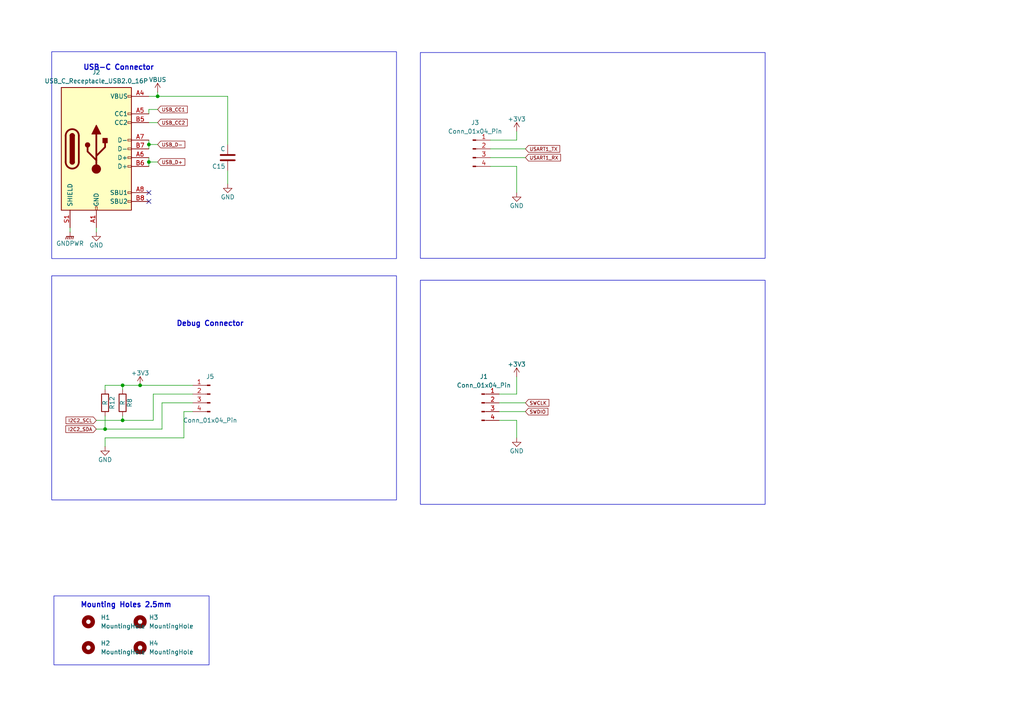
<source format=kicad_sch>
(kicad_sch (version 20231120) (generator "eeschema") (generator_version "8.0")
  (paper "A4")
  (title_block (title "Test1") (date "2024-04-30") (rev "v1") (company "InFlynn Technologies"))
  (lib_symbols
    (symbol "Connector:Conn_01x04_Pin" (pin_names (offset 1.016) hide)
      (property "Reference" "J" (at 0 5.08 0))
      (property "Value" "Conn_01x04_Pin" (at 0 -7.62 0))
      (symbol "Conn_01x04_Pin_1_1"
        (polyline (pts (xy 1.27 -5.08) (xy 0.8636 -5.08)) (stroke (width 0.1524)))
        (polyline (pts (xy 1.27 -2.54) (xy 0.8636 -2.54)) (stroke (width 0.1524)))
        (polyline (pts (xy 1.27 0) (xy 0.8636 0)) (stroke (width 0.1524)))
        (polyline (pts (xy 1.27 2.54) (xy 0.8636 2.54)) (stroke (width 0.1524)))
        (rectangle (start 0.8636 -4.953) (end 0 -5.207) (stroke (width 0.1524)) (fill (type outline)))
        (rectangle (start 0.8636 -2.413) (end 0 -2.667) (stroke (width 0.1524)) (fill (type outline)))
        (rectangle (start 0.8636 0.127) (end 0 -0.127) (stroke (width 0.1524)) (fill (type outline)))
        (rectangle (start 0.8636 2.667) (end 0 2.413) (stroke (width 0.1524)) (fill (type outline)))
        (pin passive line (at 5.08 2.54 180) (length 3.81) (name "Pin_1") (number "1"))
        (pin passive line (at 5.08 0 180) (length 3.81) (name "Pin_2") (number "2"))
        (pin passive line (at 5.08 -2.54 180) (length 3.81) (name "Pin_3") (number "3"))
        (pin passive line (at 5.08 -5.08 180) (length 3.81) (name "Pin_4") (number "4"))
      )
    )
    (symbol "Connector:USB_C_Receptacle_USB2.0_16P" (pin_names (offset 1.016))
      (property "Reference" "J" (at 0 22.225 0))
      (property "Value" "USB_C_Receptacle_USB2.0_16P" (at 0 19.685 0))
      (symbol "USB_C_Receptacle_USB2.0_16P_0_0"
        (rectangle (start -0.254 -17.78) (end 0.254 -16.764))
        (rectangle (start 10.16 -14.986) (end 9.144 -15.494))
        (rectangle (start 10.16 -12.446) (end 9.144 -12.954))
        (rectangle (start 10.16 -4.826) (end 9.144 -5.334))
        (rectangle (start 10.16 -2.286) (end 9.144 -2.794))
        (rectangle (start 10.16 0.254) (end 9.144 -0.254))
        (rectangle (start 10.16 2.794) (end 9.144 2.286))
        (rectangle (start 10.16 7.874) (end 9.144 7.366))
        (rectangle (start 10.16 10.414) (end 9.144 9.906))
        (rectangle (start 10.16 15.494) (end 9.144 14.986))
      )
      (symbol "USB_C_Receptacle_USB2.0_16P_0_1"
        (rectangle (start -10.16 17.78) (end 10.16 -17.78) (stroke (width 0.254)) (fill (type background)))
        (arc (start -8.89 -3.81) (mid -6.985 -5.7067) (end -5.08 -3.81) (stroke (width 0.508)))
        (arc (start -7.62 -3.81) (mid -6.985 -4.4423) (end -6.35 -3.81) (stroke (width 0.254)))
        (arc (start -7.62 -3.81) (mid -6.985 -4.4423) (end -6.35 -3.81) (stroke (width 0.254)) (fill (type outline)))
        (rectangle (start -7.62 -3.81) (end -6.35 3.81) (stroke (width 0.254)) (fill (type outline)))
        (arc (start -6.35 3.81) (mid -6.985 4.4423) (end -7.62 3.81) (stroke (width 0.254)))
        (arc (start -6.35 3.81) (mid -6.985 4.4423) (end -7.62 3.81) (stroke (width 0.254)) (fill (type outline)))
        (arc (start -5.08 3.81) (mid -6.985 5.7067) (end -8.89 3.81) (stroke (width 0.508)))
        (circle (center -2.54 1.143) (radius 0.635) (stroke (width 0.254)) (fill (type outline)))
        (circle (center 0 -5.842) (radius 1.27) (fill (type outline)))
        (polyline (pts (xy -8.89 -3.81) (xy -8.89 3.81)) (stroke (width 0.508)))
        (polyline (pts (xy -5.08 3.81) (xy -5.08 -3.81)) (stroke (width 0.508)))
        (polyline (pts (xy 0 -5.842) (xy 0 4.318)) (stroke (width 0.508)))
        (polyline (pts (xy 0 -3.302) (xy -2.54 -0.762) (xy -2.54 0.508)) (stroke (width 0.508)))
        (polyline (pts (xy 0 -2.032) (xy 2.54 0.508) (xy 2.54 1.778)) (stroke (width 0.508)))
        (polyline (pts (xy -1.27 4.318) (xy 0 6.858) (xy 1.27 4.318) (xy -1.27 4.318)) (stroke (width 0.254)) (fill (type outline)))
        (rectangle (start 1.905 1.778) (end 3.175 3.048) (stroke (width 0.254)) (fill (type outline)))
      )
      (symbol "USB_C_Receptacle_USB2.0_16P_1_1"
        (pin passive line (at 0 -22.86 90) (length 5.08) (name "GND") (number "A1"))
        (pin passive line (at 0 -22.86 90) (length 5.08) hide (name "GND") (number "A12"))
        (pin passive line (at 15.24 15.24 180) (length 5.08) (name "VBUS") (number "A4"))
        (pin bidirectional line (at 15.24 10.16 180) (length 5.08) (name "CC1") (number "A5"))
        (pin bidirectional line (at 15.24 -2.54 180) (length 5.08) (name "D+") (number "A6"))
        (pin bidirectional line (at 15.24 2.54 180) (length 5.08) (name "D-") (number "A7"))
        (pin bidirectional line (at 15.24 -12.7 180) (length 5.08) (name "SBU1") (number "A8"))
        (pin passive line (at 15.24 15.24 180) (length 5.08) hide (name "VBUS") (number "A9"))
        (pin passive line (at 0 -22.86 90) (length 5.08) hide (name "GND") (number "B1"))
        (pin passive line (at 0 -22.86 90) (length 5.08) hide (name "GND") (number "B12"))
        (pin passive line (at 15.24 15.24 180) (length 5.08) hide (name "VBUS") (number "B4"))
        (pin bidirectional line (at 15.24 7.62 180) (length 5.08) (name "CC2") (number "B5"))
        (pin bidirectional line (at 15.24 -5.08 180) (length 5.08) (name "D+") (number "B6"))
        (pin bidirectional line (at 15.24 0 180) (length 5.08) (name "D-") (number "B7"))
        (pin bidirectional line (at 15.24 -15.24 180) (length 5.08) (name "SBU2") (number "B8"))
        (pin passive line (at 15.24 15.24 180) (length 5.08) hide (name "VBUS") (number "B9"))
        (pin passive line (at -7.62 -22.86 90) (length 5.08) (name "SHIELD") (number "S1"))
      )
    )
    (symbol "Device:C" (pin_numbers hide) (pin_names (offset 0.254))
      (property "Reference" "C" (at 0.635 2.54 0))
      (property "Value" "C" (at 0.635 -2.54 0))
      (symbol "C_0_1"
        (polyline (pts (xy -2.032 -0.762) (xy 2.032 -0.762)) (stroke (width 0.508)))
        (polyline (pts (xy -2.032 0.762) (xy 2.032 0.762)) (stroke (width 0.508)))
      )
      (symbol "C_1_1"
        (pin passive line (at 0 3.81 270) (length 2.794) (name "~") (number "1"))
        (pin passive line (at 0 -3.81 90) (length 2.794) (name "~") (number "2"))
      )
    )
    (symbol "Device:R" (pin_numbers hide) (pin_names (offset 0))
      (property "Reference" "R" (at 2.032 0 90))
      (property "Value" "R" (at 0 0 90))
      (symbol "R_0_1"
        (rectangle (start -1.016 -2.54) (end 1.016 2.54) (stroke (width 0.254)))
      )
      (symbol "R_1_1"
        (pin passive line (at 0 3.81 270) (length 1.27) (name "~") (number "1"))
        (pin passive line (at 0 -3.81 90) (length 1.27) (name "~") (number "2"))
      )
    )
    (symbol "Mechanical:MountingHole" (pin_names (offset 1.016)) (exclude_from_sim yes) (in_bom no)
      (property "Reference" "H" (at 0 5.08 0))
      (property "Value" "MountingHole" (at 0 3.175 0))
      (symbol "MountingHole_0_1"
        (circle (center 0 0) (radius 1.27) (stroke (width 1.27)))
      )
    )
    (symbol "power:+3V3" (power) (pin_numbers hide) (pin_names (offset 0) hide)
      (property "Value" "+3V3" (at 0 3.556 0))
      (symbol "+3V3_0_1"
        (polyline (pts (xy -0.762 1.27) (xy 0 2.54)))
        (polyline (pts (xy 0 0) (xy 0 2.54)))
        (polyline (pts (xy 0 2.54) (xy 0.762 1.27)))
      )
      (symbol "+3V3_1_1"
        (pin power_in line (at 0 0 90) (length 0) (name "~") (number "1"))
      )
    )
    (symbol "power:GND" (power) (pin_numbers hide) (pin_names (offset 0) hide)
      (property "Value" "GND" (at 0 -3.81 0))
      (symbol "GND_0_1"
        (polyline (pts (xy 0 0) (xy 0 -1.27) (xy 1.27 -1.27) (xy 0 -2.54) (xy -1.27 -1.27) (xy 0 -1.27)))
      )
      (symbol "GND_1_1"
        (pin power_in line (at 0 0 270) (length 0) (name "~") (number "1"))
      )
    )
    (symbol "power:GNDPWR" (power) (pin_numbers hide) (pin_names (offset 0) hide)
      (property "Value" "GNDPWR" (at 0 -3.302 0))
      (symbol "GNDPWR_0_1"
        (polyline (pts (xy 0 -1.27) (xy 0 0)))
        (polyline (pts (xy -1.016 -1.27) (xy -1.27 -2.032) (xy -1.27 -2.032)) (stroke (width 0.2032)))
        (polyline (pts (xy -0.508 -1.27) (xy -0.762 -2.032) (xy -0.762 -2.032)) (stroke (width 0.2032)))
        (polyline (pts (xy 0 -1.27) (xy -0.254 -2.032) (xy -0.254 -2.032)) (stroke (width 0.2032)))
        (polyline (pts (xy 0.508 -1.27) (xy 0.254 -2.032) (xy 0.254 -2.032)) (stroke (width 0.2032)))
        (polyline (pts (xy 1.016 -1.27) (xy -1.016 -1.27) (xy -1.016 -1.27)) (stroke (width 0.2032)))
        (polyline (pts (xy 1.016 -1.27) (xy 0.762 -2.032) (xy 0.762 -2.032) (xy 0.762 -2.032)) (stroke (width 0.2032)))
      )
      (symbol "GNDPWR_1_1"
        (pin power_in line (at 0 0 270) (length 0) (name "~") (number "1"))
      )
    )
    (symbol "power:VBUS" (power) (pin_numbers hide) (pin_names (offset 0) hide)
      (property "Value" "VBUS" (at 0 3.556 0))
      (symbol "VBUS_0_1"
        (polyline (pts (xy -0.762 1.27) (xy 0 2.54)))
        (polyline (pts (xy 0 0) (xy 0 2.54)))
        (polyline (pts (xy 0 2.54) (xy 0.762 1.27)))
      )
      (symbol "VBUS_1_1"
        (pin power_in line (at 0 0 90) (length 0) (name "~") (number "1"))
      )
    )
  )
  (junction (at 43.18 46.99))
  (junction (at 30.48 124.46))
  (junction (at 35.56 111.76))
  (junction (at 40.64 111.76))
  (junction (at 35.56 121.92))
  (junction (at 43.18 41.91))
  (junction (at 45.72 27.94))
  (no_connect (at 43.18 58.42))
  (no_connect (at 43.18 55.88))
  (wire (pts (xy 27.94 66.04) (xy 27.94 67.31)))
  (wire (pts (xy 142.24 40.64) (xy 149.86 40.64)))
  (wire (pts (xy 40.64 111.76) (xy 55.88 111.76)))
  (wire (pts (xy 30.48 127) (xy 30.48 129.54)))
  (wire (pts (xy 46.99 116.84) (xy 46.99 124.46)))
  (wire (pts (xy 30.48 127) (xy 53.34 127)))
  (wire (pts (xy 44.45 114.3) (xy 55.88 114.3)))
  (wire (pts (xy 43.18 27.94) (xy 45.72 27.94)))
  (wire (pts (xy 44.45 114.3) (xy 44.45 121.92)))
  (wire (pts (xy 144.78 114.3) (xy 149.86 114.3)))
  (wire (pts (xy 46.99 116.84) (xy 55.88 116.84)))
  (wire (pts (xy 142.24 48.26) (xy 149.86 48.26)))
  (wire (pts (xy 45.72 27.94) (xy 45.72 26.67)))
  (wire (pts (xy 43.18 46.99) (xy 45.72 46.99)))
  (wire (pts (xy 43.18 41.91) (xy 43.18 43.18)))
  (wire (pts (xy 30.48 120.65) (xy 30.48 124.46)))
  (wire (pts (xy 45.72 31.75) (xy 43.18 31.75)))
  (wire (pts (xy 53.34 119.38) (xy 55.88 119.38)))
  (wire (pts (xy 27.94 121.92) (xy 35.56 121.92)))
  (wire (pts (xy 45.72 27.94) (xy 66.04 27.94)))
  (wire (pts (xy 35.56 111.76) (xy 40.64 111.76)))
  (wire (pts (xy 144.78 121.92) (xy 149.86 121.92)))
  (wire (pts (xy 20.32 66.04) (xy 20.32 67.31)))
  (wire (pts (xy 43.18 45.72) (xy 43.18 46.99)))
  (wire (pts (xy 43.18 40.64) (xy 43.18 41.91)))
  (wire (pts (xy 149.86 121.92) (xy 149.86 127)))
  (wire (pts (xy 149.86 109.22) (xy 149.86 114.3)))
  (wire (pts (xy 35.56 121.92) (xy 44.45 121.92)))
  (wire (pts (xy 66.04 49.53) (xy 66.04 53.34)))
  (wire (pts (xy 53.34 119.38) (xy 53.34 127)))
  (wire (pts (xy 149.86 48.26) (xy 149.86 55.88)))
  (wire (pts (xy 142.24 45.72) (xy 152.4 45.72)))
  (wire (pts (xy 30.48 124.46) (xy 46.99 124.46)))
  (wire (pts (xy 66.04 41.91) (xy 66.04 27.94)))
  (wire (pts (xy 144.78 116.84) (xy 152.4 116.84)))
  (wire (pts (xy 35.56 120.65) (xy 35.56 121.92)))
  (wire (pts (xy 43.18 35.56) (xy 45.72 35.56)))
  (wire (pts (xy 35.56 113.03) (xy 35.56 111.76)))
  (wire (pts (xy 43.18 41.91) (xy 45.72 41.91)))
  (wire (pts (xy 144.78 119.38) (xy 152.4 119.38)))
  (wire (pts (xy 149.86 38.1) (xy 149.86 40.64)))
  (wire (pts (xy 43.18 31.75) (xy 43.18 33.02)))
  (wire (pts (xy 43.18 46.99) (xy 43.18 48.26)))
  (wire (pts (xy 30.48 111.76) (xy 35.56 111.76)))
  (wire (pts (xy 142.24 43.18) (xy 152.4 43.18)))
  (wire (pts (xy 30.48 111.76) (xy 30.48 113.03)))
  (wire (pts (xy 27.94 124.46) (xy 30.48 124.46)))
  (rectangle (start 121.92 81.28) (end 221.92 146.28))
  (rectangle (start 15 15) (end 115 75))
  (rectangle (start 15.64 172.84) (end 60.64 192.84))
  (rectangle (start 121.92 15.24) (end 221.92 74.93))
  (rectangle (start 15 80) (end 115 145))
  (text "USB-C Connector" (at 34.417 19.685 0) (effects (font (size 1.5 1.5) (thickness 0.3) (bold yes))))
  (text "Debug Connector" (at 60.96 93.98 0) (effects (font (size 1.5 1.5) (thickness 0.3) (bold yes))))
  (text "Mounting Holes 2.5mm" (at 36.563 175.56 0) (effects (font (size 1.5 1.5) (thickness 0.3) (bold yes))))
  (global_label "SWDIO" (shape input) (at 152.4 119.38 0) (effects (font (size 1 1))) (property "Intersheetrefs" "${INTERSHEET_REFS}" (effects (hide yes))))
  (global_label "USB_CC1" (shape input) (at 45.72 31.75 0) (effects (font (size 1 1))) (property "Intersheetrefs" "${INTERSHEET_REFS}" (effects (hide yes))))
  (global_label "I2C2_SDA" (shape input) (at 27.94 124.46 180) (effects (font (size 1 1))) (property "Intersheetrefs" "${INTERSHEET_REFS}" (effects (hide yes))))
  (global_label "USART1_TX" (shape input) (at 152.4 43.18 0) (effects (font (size 1 1))) (property "Intersheetrefs" "${INTERSHEET_REFS}" (effects (hide yes))))
  (global_label "USB_CC2" (shape input) (at 45.72 35.56 0) (effects (font (size 1 1))) (property "Intersheetrefs" "${INTERSHEET_REFS}" (effects (hide yes))))
  (global_label "SWCLK" (shape input) (at 152.4 116.84 0) (effects (font (size 1 1))) (property "Intersheetrefs" "${INTERSHEET_REFS}" (effects (hide yes))))
  (global_label "USB_D-" (shape input) (at 45.72 41.91 0) (effects (font (size 1 1))) (property "Intersheetrefs" "${INTERSHEET_REFS}" (effects (hide yes))))
  (global_label "USART1_RX" (shape input) (at 152.4 45.72 0) (effects (font (size 1 1))) (property "Intersheetrefs" "${INTERSHEET_REFS}" (effects (hide yes))))
  (global_label "USB_D+" (shape input) (at 45.72 46.99 0) (effects (font (size 1 1))) (property "Intersheetrefs" "${INTERSHEET_REFS}" (effects (hide yes))))
  (global_label "I2C2_SCL" (shape input) (at 27.94 121.92 180) (effects (font (size 1 1))) (property "Intersheetrefs" "${INTERSHEET_REFS}" (effects (hide yes))))
  (symbol (lib_id "power:+3V3") (at 149.86 38.1 0) (unit 1)
    (property "Reference" "#PWR048" (effects (hide yes)))
    (property "Value" "+3V3" (at 149.86 34.544 0))
    (property "Description" "Power symbol creates a global label with name \"+3V3\"" (effects (hide yes)))
  )
  (symbol (lib_id "Connector:Conn_01x04_Pin") (at 60.96 114.3 0) (mirror y) (unit 1)
    (property "Reference" "J5" (at 60.96 109.22 0))
    (property "Value" "Conn_01x04_Pin" (at 60.96 121.92 0))
    (property "Footprint" "J_1x4:PPTC041LFBN-RC" (effects (hide yes)))
    (property "Description" "Generic connector, single row, 01x04, script generated" (effects (hide yes)))
  )
  (symbol (lib_id "power:GND") (at 66.04 53.34 0) (unit 1)
    (property "Reference" "#PWR046" (effects (hide yes)))
    (property "Value" "GND" (at 66.04 57.15 0))
    (property "Description" "Power symbol creates a global label with name \"GND\" , ground" (effects (hide yes)))
  )
  (symbol (lib_id "power:VBUS") (at 45.72 26.67 0) (unit 1)
    (property "Reference" "#PWR030" (effects (hide yes)))
    (property "Value" "VBUS" (at 45.72 23.114 0))
    (property "Description" "Power symbol creates a global label with name \"VBUS\"" (effects (hide yes)))
  )
  (symbol (lib_id "power:+3V3") (at 40.64 111.76 0) (unit 1)
    (property "Reference" "#PWR020" (effects (hide yes)))
    (property "Value" "+3V3" (at 40.64 108.204 0))
    (property "Description" "Power symbol creates a global label with name \"+3V3\"" (effects (hide yes)))
  )
  (symbol (lib_id "Connector:Conn_01x04_Pin") (at 139.7 116.84 0) (unit 1)
    (property "Reference" "J1" (at 140.335 109.22 0))
    (property "Value" "Conn_01x04_Pin" (at 140.335 111.76 0))
    (property "Footprint" "J_1x4:PPTC041LFBN-RC" (effects (hide yes)))
    (property "Description" "Generic connector, single row, 01x04, script generated" (effects (hide yes)))
  )
  (symbol (lib_id "Mechanical:MountingHole") (at 40.64 187.84 0) (unit 1) (exclude_from_sim yes) (in_bom no)
    (property "Reference" "H4" (at 43.18 186.5699 0) (effects (justify left)))
    (property "Value" "MountingHole" (at 43.18 189.1099 0) (effects (justify left)))
    (property "Footprint" "MountingHole:MountingHole_2.5mm_Pad" (effects (hide yes)))
    (property "Description" "Mounting Hole without connection" (effects (hide yes)))
  )
  (symbol (lib_id "power:GNDPWR") (at 20.32 67.31 0) (unit 1)
    (property "Reference" "#PWR028" (effects (hide yes)))
    (property "Value" "GNDPWR" (at 20.32 70.612 0))
    (property "Description" "Power symbol creates a global label with name \"GNDPWR\" , global ground" (effects (hide yes)))
  )
  (symbol (lib_id "Mechanical:MountingHole") (at 25.64 180.34 0) (unit 1) (exclude_from_sim yes) (in_bom no)
    (property "Reference" "H1" (at 29.21 179.0699 0) (effects (justify left)))
    (property "Value" "MountingHole" (at 29.21 181.6099 0) (effects (justify left)))
    (property "Footprint" "MountingHole:MountingHole_2.5mm_Pad" (effects (hide yes)))
    (property "Description" "Mounting Hole without connection" (effects (hide yes)))
  )
  (symbol (lib_id "Device:C") (at 66.04 45.72 180) (unit 1)
    (property "Reference" "C15" (at 65.405 48.26 0) (effects (justify left)))
    (property "Value" "C" (at 65.405 43.18 0) (effects (justify left)))
    (property "Footprint" "Capacitor_SMD:C_0805_2012Metric" (effects (hide yes)))
    (property "Description" "Unpolarized capacitor" (effects (hide yes)))
  )
  (symbol (lib_id "power:+3V3") (at 149.86 109.22 0) (unit 1)
    (property "Reference" "#PWR023" (effects (hide yes)))
    (property "Value" "+3V3" (at 149.86 105.664 0))
    (property "Description" "Power symbol creates a global label with name \"+3V3\"" (effects (hide yes)))
  )
  (symbol (lib_id "power:GND") (at 30.48 129.54 0) (unit 1)
    (property "Reference" "#PWR022" (effects (hide yes)))
    (property "Value" "GND" (at 30.48 133.35 0))
    (property "Description" "Power symbol creates a global label with name \"GND\" , ground" (effects (hide yes)))
  )
  (symbol (lib_id "Device:R") (at 35.56 116.84 0) (unit 1)
    (property "Reference" "R8" (at 37.592 116.84 90))
    (property "Value" "R" (at 35.56 116.84 90))
    (property "Footprint" "Resistor_SMD:R_0805_2012Metric" (effects (hide yes)))
    (property "Description" "Resistor" (effects (hide yes)))
  )
  (symbol (lib_id "Connector:Conn_01x04_Pin") (at 137.16 43.18 0) (unit 1)
    (property "Reference" "J3" (at 137.795 35.56 0))
    (property "Value" "Conn_01x04_Pin" (at 137.795 38.1 0))
    (property "Footprint" "J_1x4:PPTC041LFBN-RC" (effects (hide yes)))
    (property "Description" "Generic connector, single row, 01x04, script generated" (effects (hide yes)))
  )
  (symbol (lib_id "power:GND") (at 149.86 55.88 0) (unit 1)
    (property "Reference" "#PWR049" (effects (hide yes)))
    (property "Value" "GND" (at 149.86 59.69 0))
    (property "Description" "Power symbol creates a global label with name \"GND\" , ground" (effects (hide yes)))
  )
  (symbol (lib_id "Connector:USB_C_Receptacle_USB2.0_16P") (at 27.94 43.18 0) (unit 1)
    (property "Reference" "J2" (at 27.94 20.955 0))
    (property "Value" "USB_C_Receptacle_USB2.0_16P" (at 27.94 23.495 0))
    (property "Footprint" "Connector_USB:USB_C_Receptacle_GCT_USB4110" (effects (hide yes)))
    (property "Datasheet" "https://www.usb.org/sites/default/files/documents/usb_type-c.zip" (effects (hide yes)))
    (property "Description" "USB 2.0-only 16P Type-C Receptacle connector" (effects (hide yes)))
  )
  (symbol (lib_id "power:GND") (at 27.94 67.31 0) (unit 1)
    (property "Reference" "#PWR029" (effects (hide yes)))
    (property "Value" "GND" (at 27.94 71.12 0))
    (property "Description" "Power symbol creates a global label with name \"GND\" , ground" (effects (hide yes)))
  )
  (symbol (lib_id "power:GND") (at 149.86 127 0) (unit 1)
    (property "Reference" "#PWR024" (effects (hide yes)))
    (property "Value" "GND" (at 149.86 130.81 0))
    (property "Description" "Power symbol creates a global label with name \"GND\" , ground" (effects (hide yes)))
  )
  (symbol (lib_id "Mechanical:MountingHole") (at 25.64 187.84 0) (unit 1) (exclude_from_sim yes) (in_bom no)
    (property "Reference" "H2" (at 29.21 186.5699 0) (effects (justify left)))
    (property "Value" "MountingHole" (at 29.21 189.1099 0) (effects (justify left)))
    (property "Footprint" "MountingHole:MountingHole_2.5mm_Pad" (effects (hide yes)))
    (property "Description" "Mounting Hole without connection" (effects (hide yes)))
  )
  (symbol (lib_id "Device:R") (at 30.48 116.84 0) (unit 1)
    (property "Reference" "R12" (at 32.512 116.84 90))
    (property "Value" "R" (at 30.48 116.84 90))
    (property "Footprint" "Resistor_SMD:R_0805_2012Metric" (effects (hide yes)))
    (property "Description" "Resistor" (effects (hide yes)))
  )
  (symbol (lib_id "Mechanical:MountingHole") (at 40.64 180.34 0) (unit 1) (exclude_from_sim yes) (in_bom no)
    (property "Reference" "H3" (at 43.18 179.0699 0) (effects (justify left)))
    (property "Value" "MountingHole" (at 43.18 181.6099 0) (effects (justify left)))
    (property "Footprint" "MountingHole:MountingHole_2.5mm_Pad" (effects (hide yes)))
    (property "Description" "Mounting Hole without connection" (effects (hide yes)))
  )
)
</source>
